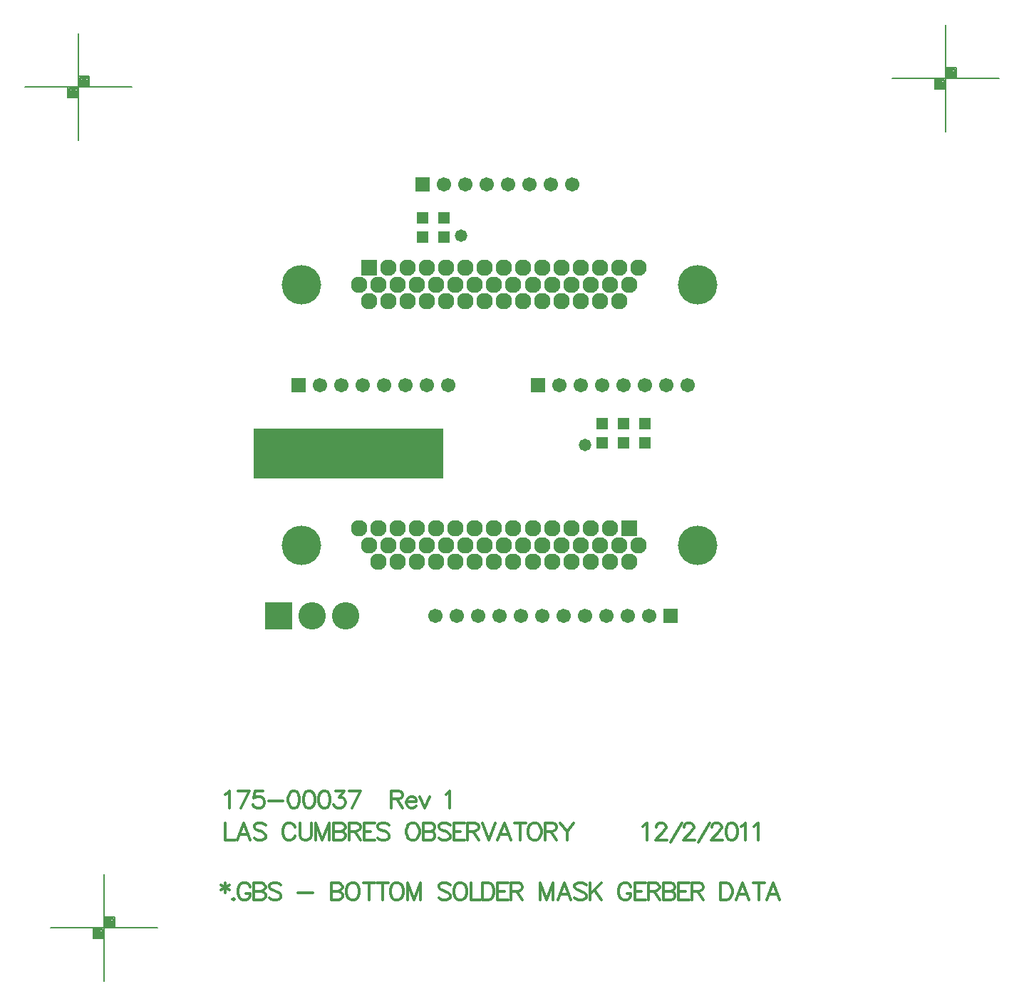
<source format=gbs>
%FSLAX23Y23*%
%MOIN*%
G70*
G01*
G75*
G04 Layer_Color=16711935*
%ADD10C,0.010*%
%ADD11C,0.012*%
%ADD12C,0.008*%
%ADD13C,0.012*%
%ADD14C,0.012*%
%ADD15C,0.069*%
%ADD16R,0.069X0.069*%
%ADD17C,0.177*%
%ADD18C,0.059*%
%ADD19R,0.059X0.059*%
%ADD20C,0.120*%
%ADD21R,0.120X0.120*%
%ADD22C,0.050*%
%ADD23C,0.040*%
%ADD24C,0.087*%
G04:AMPARAMS|DCode=25|XSize=87.244mil|YSize=87.244mil|CornerRadius=0mil|HoleSize=0mil|Usage=FLASHONLY|Rotation=0.000|XOffset=0mil|YOffset=0mil|HoleType=Round|Shape=Relief|Width=10mil|Gap=10mil|Entries=4|*
%AMTHD25*
7,0,0,0.087,0.067,0.010,45*
%
%ADD25THD25*%
%ADD26C,0.162*%
%ADD27C,0.075*%
G04:AMPARAMS|DCode=28|XSize=110mil|YSize=110mil|CornerRadius=0mil|HoleSize=0mil|Usage=FLASHONLY|Rotation=0.000|XOffset=0mil|YOffset=0mil|HoleType=Round|Shape=Relief|Width=10mil|Gap=10mil|Entries=4|*
%AMTHD28*
7,0,0,0.110,0.090,0.010,45*
%
%ADD28THD28*%
%ADD29C,0.110*%
%ADD30C,0.068*%
G04:AMPARAMS|DCode=31|XSize=68mil|YSize=68mil|CornerRadius=0mil|HoleSize=0mil|Usage=FLASHONLY|Rotation=0.000|XOffset=0mil|YOffset=0mil|HoleType=Round|Shape=Relief|Width=10mil|Gap=10mil|Entries=4|*
%AMTHD31*
7,0,0,0.068,0.048,0.010,45*
%
%ADD31THD31*%
%ADD32R,0.050X0.050*%
%ADD33C,0.005*%
%ADD34C,0.020*%
%ADD35R,0.315X0.135*%
%ADD36C,0.077*%
%ADD37R,0.077X0.077*%
%ADD38C,0.185*%
%ADD39C,0.067*%
%ADD40R,0.067X0.067*%
%ADD41C,0.128*%
%ADD42R,0.128X0.128*%
%ADD43C,0.058*%
%ADD44R,0.888X0.233*%
%ADD45R,0.058X0.058*%
D11*
X44398Y33331D02*
Y33285D01*
X44378Y33320D02*
X44417Y33297D01*
Y33320D02*
X44378Y33297D01*
X44437Y33259D02*
X44433Y33255D01*
X44437Y33251D01*
X44441Y33255D01*
X44437Y33259D01*
X44515Y33312D02*
X44511Y33320D01*
X44504Y33327D01*
X44496Y33331D01*
X44481D01*
X44473Y33327D01*
X44466Y33320D01*
X44462Y33312D01*
X44458Y33301D01*
Y33281D01*
X44462Y33270D01*
X44466Y33262D01*
X44473Y33255D01*
X44481Y33251D01*
X44496D01*
X44504Y33255D01*
X44511Y33262D01*
X44515Y33270D01*
Y33281D01*
X44496D02*
X44515D01*
X44533Y33331D02*
Y33251D01*
Y33331D02*
X44568D01*
X44579Y33327D01*
X44583Y33323D01*
X44587Y33316D01*
Y33308D01*
X44583Y33301D01*
X44579Y33297D01*
X44568Y33293D01*
X44533D02*
X44568D01*
X44579Y33289D01*
X44583Y33285D01*
X44587Y33278D01*
Y33266D01*
X44583Y33259D01*
X44579Y33255D01*
X44568Y33251D01*
X44533D01*
X44658Y33320D02*
X44650Y33327D01*
X44639Y33331D01*
X44624D01*
X44612Y33327D01*
X44605Y33320D01*
Y33312D01*
X44609Y33304D01*
X44612Y33301D01*
X44620Y33297D01*
X44643Y33289D01*
X44650Y33285D01*
X44654Y33281D01*
X44658Y33274D01*
Y33262D01*
X44650Y33255D01*
X44639Y33251D01*
X44624D01*
X44612Y33255D01*
X44605Y33262D01*
X44739Y33285D02*
X44807D01*
X44894Y33331D02*
Y33251D01*
Y33331D02*
X44928D01*
X44939Y33327D01*
X44943Y33323D01*
X44947Y33316D01*
Y33308D01*
X44943Y33301D01*
X44939Y33297D01*
X44928Y33293D01*
X44894D02*
X44928D01*
X44939Y33289D01*
X44943Y33285D01*
X44947Y33278D01*
Y33266D01*
X44943Y33259D01*
X44939Y33255D01*
X44928Y33251D01*
X44894D01*
X44988Y33331D02*
X44980Y33327D01*
X44973Y33320D01*
X44969Y33312D01*
X44965Y33301D01*
Y33281D01*
X44969Y33270D01*
X44973Y33262D01*
X44980Y33255D01*
X44988Y33251D01*
X45003D01*
X45011Y33255D01*
X45018Y33262D01*
X45022Y33270D01*
X45026Y33281D01*
Y33301D01*
X45022Y33312D01*
X45018Y33320D01*
X45011Y33327D01*
X45003Y33331D01*
X44988D01*
X45071D02*
Y33251D01*
X45045Y33331D02*
X45098D01*
X45134D02*
Y33251D01*
X45107Y33331D02*
X45161D01*
X45193D02*
X45186Y33327D01*
X45178Y33320D01*
X45174Y33312D01*
X45170Y33301D01*
Y33281D01*
X45174Y33270D01*
X45178Y33262D01*
X45186Y33255D01*
X45193Y33251D01*
X45208D01*
X45216Y33255D01*
X45224Y33262D01*
X45227Y33270D01*
X45231Y33281D01*
Y33301D01*
X45227Y33312D01*
X45224Y33320D01*
X45216Y33327D01*
X45208Y33331D01*
X45193D01*
X45250D02*
Y33251D01*
Y33331D02*
X45280Y33251D01*
X45311Y33331D02*
X45280Y33251D01*
X45311Y33331D02*
Y33251D01*
X45450Y33320D02*
X45442Y33327D01*
X45431Y33331D01*
X45416D01*
X45404Y33327D01*
X45397Y33320D01*
Y33312D01*
X45400Y33304D01*
X45404Y33301D01*
X45412Y33297D01*
X45435Y33289D01*
X45442Y33285D01*
X45446Y33281D01*
X45450Y33274D01*
Y33262D01*
X45442Y33255D01*
X45431Y33251D01*
X45416D01*
X45404Y33255D01*
X45397Y33262D01*
X45491Y33331D02*
X45483Y33327D01*
X45475Y33320D01*
X45472Y33312D01*
X45468Y33301D01*
Y33281D01*
X45472Y33270D01*
X45475Y33262D01*
X45483Y33255D01*
X45491Y33251D01*
X45506D01*
X45513Y33255D01*
X45521Y33262D01*
X45525Y33270D01*
X45529Y33281D01*
Y33301D01*
X45525Y33312D01*
X45521Y33320D01*
X45513Y33327D01*
X45506Y33331D01*
X45491D01*
X45547D02*
Y33251D01*
X45593D01*
X45602Y33331D02*
Y33251D01*
Y33331D02*
X45628D01*
X45640Y33327D01*
X45648Y33320D01*
X45651Y33312D01*
X45655Y33301D01*
Y33281D01*
X45651Y33270D01*
X45648Y33262D01*
X45640Y33255D01*
X45628Y33251D01*
X45602D01*
X45723Y33331D02*
X45673D01*
Y33251D01*
X45723D01*
X45673Y33293D02*
X45704D01*
X45736Y33331D02*
Y33251D01*
Y33331D02*
X45770D01*
X45782Y33327D01*
X45785Y33323D01*
X45789Y33316D01*
Y33308D01*
X45785Y33301D01*
X45782Y33297D01*
X45770Y33293D01*
X45736D01*
X45763D02*
X45789Y33251D01*
X45870Y33331D02*
Y33251D01*
Y33331D02*
X45900Y33251D01*
X45931Y33331D02*
X45900Y33251D01*
X45931Y33331D02*
Y33251D01*
X46015D02*
X45984Y33331D01*
X45954Y33251D01*
X45965Y33278D02*
X46003D01*
X46087Y33320D02*
X46079Y33327D01*
X46068Y33331D01*
X46052D01*
X46041Y33327D01*
X46033Y33320D01*
Y33312D01*
X46037Y33304D01*
X46041Y33301D01*
X46049Y33297D01*
X46071Y33289D01*
X46079Y33285D01*
X46083Y33281D01*
X46087Y33274D01*
Y33262D01*
X46079Y33255D01*
X46068Y33251D01*
X46052D01*
X46041Y33255D01*
X46033Y33262D01*
X46105Y33331D02*
Y33251D01*
X46158Y33331D02*
X46105Y33278D01*
X46124Y33297D02*
X46158Y33251D01*
X46296Y33312D02*
X46292Y33320D01*
X46284Y33327D01*
X46277Y33331D01*
X46261D01*
X46254Y33327D01*
X46246Y33320D01*
X46242Y33312D01*
X46239Y33301D01*
Y33281D01*
X46242Y33270D01*
X46246Y33262D01*
X46254Y33255D01*
X46261Y33251D01*
X46277D01*
X46284Y33255D01*
X46292Y33262D01*
X46296Y33270D01*
Y33281D01*
X46277D02*
X46296D01*
X46364Y33331D02*
X46314D01*
Y33251D01*
X46364D01*
X46314Y33293D02*
X46345D01*
X46377Y33331D02*
Y33251D01*
Y33331D02*
X46411D01*
X46423Y33327D01*
X46426Y33323D01*
X46430Y33316D01*
Y33308D01*
X46426Y33301D01*
X46423Y33297D01*
X46411Y33293D01*
X46377D01*
X46404D02*
X46430Y33251D01*
X46448Y33331D02*
Y33251D01*
Y33331D02*
X46482D01*
X46494Y33327D01*
X46498Y33323D01*
X46501Y33316D01*
Y33308D01*
X46498Y33301D01*
X46494Y33297D01*
X46482Y33293D01*
X46448D02*
X46482D01*
X46494Y33289D01*
X46498Y33285D01*
X46501Y33278D01*
Y33266D01*
X46498Y33259D01*
X46494Y33255D01*
X46482Y33251D01*
X46448D01*
X46569Y33331D02*
X46519D01*
Y33251D01*
X46569D01*
X46519Y33293D02*
X46550D01*
X46582Y33331D02*
Y33251D01*
Y33331D02*
X46616D01*
X46628Y33327D01*
X46632Y33323D01*
X46636Y33316D01*
Y33308D01*
X46632Y33301D01*
X46628Y33297D01*
X46616Y33293D01*
X46582D01*
X46609D02*
X46636Y33251D01*
X46716Y33331D02*
Y33251D01*
Y33331D02*
X46743D01*
X46754Y33327D01*
X46762Y33320D01*
X46766Y33312D01*
X46770Y33301D01*
Y33281D01*
X46766Y33270D01*
X46762Y33262D01*
X46754Y33255D01*
X46743Y33251D01*
X46716D01*
X46848D02*
X46818Y33331D01*
X46787Y33251D01*
X46799Y33278D02*
X46837D01*
X46894Y33331D02*
Y33251D01*
X46867Y33331D02*
X46920D01*
X46991Y33251D02*
X46960Y33331D01*
X46930Y33251D01*
X46941Y33278D02*
X46979D01*
D12*
X47518Y37098D02*
X48018D01*
X47768Y36848D02*
Y37348D01*
X47818Y37098D02*
Y37148D01*
X47768D02*
X47818D01*
X47718Y37048D02*
Y37098D01*
Y37048D02*
X47768D01*
X47723Y37093D02*
X47763D01*
X47723Y37053D02*
Y37093D01*
Y37053D02*
X47763D01*
Y37093D01*
X47728Y37088D02*
X47758D01*
X47728Y37058D02*
Y37088D01*
Y37058D02*
X47758D01*
Y37083D01*
X47733D02*
X47753D01*
X47733Y37063D02*
Y37083D01*
Y37063D02*
X47753D01*
Y37078D01*
X47738D02*
X47748D01*
X47738Y37068D02*
Y37078D01*
Y37068D02*
X47748D01*
Y37078D01*
X47738Y37073D02*
X47748D01*
X47773Y37143D02*
X47813D01*
X47773Y37103D02*
Y37143D01*
Y37103D02*
X47813D01*
Y37143D01*
X47778Y37138D02*
X47808D01*
X47778Y37108D02*
Y37138D01*
Y37108D02*
X47808D01*
Y37133D01*
X47783D02*
X47803D01*
X47783Y37113D02*
Y37133D01*
Y37113D02*
X47803D01*
Y37128D01*
X47788D02*
X47798D01*
X47788Y37118D02*
Y37128D01*
Y37118D02*
X47798D01*
Y37128D01*
X47788Y37123D02*
X47798D01*
X43463Y37058D02*
X43963D01*
X43713Y36808D02*
Y37308D01*
X43763Y37058D02*
Y37108D01*
X43713D02*
X43763D01*
X43663Y37008D02*
Y37058D01*
Y37008D02*
X43713D01*
X43668Y37053D02*
X43708D01*
X43668Y37013D02*
Y37053D01*
Y37013D02*
X43708D01*
Y37053D01*
X43673Y37048D02*
X43703D01*
X43673Y37018D02*
Y37048D01*
Y37018D02*
X43703D01*
Y37043D01*
X43678D02*
X43698D01*
X43678Y37023D02*
Y37043D01*
Y37023D02*
X43698D01*
Y37038D01*
X43683D02*
X43693D01*
X43683Y37028D02*
Y37038D01*
Y37028D02*
X43693D01*
Y37038D01*
X43683Y37033D02*
X43693D01*
X43718Y37103D02*
X43758D01*
X43718Y37063D02*
Y37103D01*
Y37063D02*
X43758D01*
Y37103D01*
X43723Y37098D02*
X43753D01*
X43723Y37068D02*
Y37098D01*
Y37068D02*
X43753D01*
Y37093D01*
X43728D02*
X43748D01*
X43728Y37073D02*
Y37093D01*
Y37073D02*
X43748D01*
Y37088D01*
X43733D02*
X43743D01*
X43733Y37078D02*
Y37088D01*
Y37078D02*
X43743D01*
Y37088D01*
X43733Y37083D02*
X43743D01*
X43581Y33121D02*
X44081D01*
X43831Y32871D02*
Y33371D01*
X43881Y33121D02*
Y33171D01*
X43831D02*
X43881D01*
X43781Y33071D02*
Y33121D01*
Y33071D02*
X43831D01*
X43786Y33116D02*
X43826D01*
X43786Y33076D02*
Y33116D01*
Y33076D02*
X43826D01*
Y33116D01*
X43791Y33111D02*
X43821D01*
X43791Y33081D02*
Y33111D01*
Y33081D02*
X43821D01*
Y33106D01*
X43796D02*
X43816D01*
X43796Y33086D02*
Y33106D01*
Y33086D02*
X43816D01*
Y33101D01*
X43801D02*
X43811D01*
X43801Y33091D02*
Y33101D01*
Y33091D02*
X43811D01*
Y33101D01*
X43801Y33096D02*
X43811D01*
X43836Y33166D02*
X43876D01*
X43836Y33126D02*
Y33166D01*
Y33126D02*
X43876D01*
Y33166D01*
X43841Y33161D02*
X43871D01*
X43841Y33131D02*
Y33161D01*
Y33131D02*
X43871D01*
Y33156D01*
X43846D02*
X43866D01*
X43846Y33136D02*
Y33156D01*
Y33136D02*
X43866D01*
Y33151D01*
X43851D02*
X43861D01*
X43851Y33141D02*
Y33151D01*
Y33141D02*
X43861D01*
Y33151D01*
X43851Y33146D02*
X43861D01*
D13*
X44399Y33746D02*
X44407Y33750D01*
X44419Y33762D01*
Y33682D01*
X44511Y33762D02*
X44473Y33682D01*
X44458Y33762D02*
X44511D01*
X44575D02*
X44537D01*
X44533Y33727D01*
X44537Y33731D01*
X44548Y33735D01*
X44560D01*
X44571Y33731D01*
X44579Y33724D01*
X44583Y33712D01*
Y33704D01*
X44579Y33693D01*
X44571Y33685D01*
X44560Y33682D01*
X44548D01*
X44537Y33685D01*
X44533Y33689D01*
X44529Y33697D01*
X44601Y33716D02*
X44669D01*
X44716Y33762D02*
X44704Y33758D01*
X44697Y33746D01*
X44693Y33727D01*
Y33716D01*
X44697Y33697D01*
X44704Y33685D01*
X44716Y33682D01*
X44723D01*
X44735Y33685D01*
X44742Y33697D01*
X44746Y33716D01*
Y33727D01*
X44742Y33746D01*
X44735Y33758D01*
X44723Y33762D01*
X44716D01*
X44787D02*
X44775Y33758D01*
X44768Y33746D01*
X44764Y33727D01*
Y33716D01*
X44768Y33697D01*
X44775Y33685D01*
X44787Y33682D01*
X44794D01*
X44806Y33685D01*
X44814Y33697D01*
X44817Y33716D01*
Y33727D01*
X44814Y33746D01*
X44806Y33758D01*
X44794Y33762D01*
X44787D01*
X44858D02*
X44847Y33758D01*
X44839Y33746D01*
X44835Y33727D01*
Y33716D01*
X44839Y33697D01*
X44847Y33685D01*
X44858Y33682D01*
X44866D01*
X44877Y33685D01*
X44885Y33697D01*
X44889Y33716D01*
Y33727D01*
X44885Y33746D01*
X44877Y33758D01*
X44866Y33762D01*
X44858D01*
X44914D02*
X44956D01*
X44933Y33731D01*
X44945D01*
X44952Y33727D01*
X44956Y33724D01*
X44960Y33712D01*
Y33704D01*
X44956Y33693D01*
X44948Y33685D01*
X44937Y33682D01*
X44925D01*
X44914Y33685D01*
X44910Y33689D01*
X44906Y33697D01*
X45031Y33762D02*
X44993Y33682D01*
X44978Y33762D02*
X45031D01*
X45175D02*
Y33682D01*
Y33762D02*
X45209D01*
X45220Y33758D01*
X45224Y33754D01*
X45228Y33746D01*
Y33739D01*
X45224Y33731D01*
X45220Y33727D01*
X45209Y33724D01*
X45175D01*
X45201D02*
X45228Y33682D01*
X45246Y33712D02*
X45291D01*
Y33720D01*
X45288Y33727D01*
X45284Y33731D01*
X45276Y33735D01*
X45265D01*
X45257Y33731D01*
X45250Y33724D01*
X45246Y33712D01*
Y33704D01*
X45250Y33693D01*
X45257Y33685D01*
X45265Y33682D01*
X45276D01*
X45284Y33685D01*
X45291Y33693D01*
X45309Y33735D02*
X45331Y33682D01*
X45354Y33735D02*
X45331Y33682D01*
X45430Y33746D02*
X45438Y33750D01*
X45449Y33762D01*
Y33682D01*
D14*
X44399Y33612D02*
Y33532D01*
X44445D01*
X44515D02*
X44484Y33612D01*
X44454Y33532D01*
X44465Y33558D02*
X44503D01*
X44587Y33600D02*
X44579Y33608D01*
X44568Y33612D01*
X44553D01*
X44541Y33608D01*
X44534Y33600D01*
Y33593D01*
X44537Y33585D01*
X44541Y33581D01*
X44549Y33577D01*
X44572Y33570D01*
X44579Y33566D01*
X44583Y33562D01*
X44587Y33554D01*
Y33543D01*
X44579Y33535D01*
X44568Y33532D01*
X44553D01*
X44541Y33535D01*
X44534Y33543D01*
X44725Y33593D02*
X44721Y33600D01*
X44713Y33608D01*
X44706Y33612D01*
X44690D01*
X44683Y33608D01*
X44675Y33600D01*
X44671Y33593D01*
X44668Y33581D01*
Y33562D01*
X44671Y33551D01*
X44675Y33543D01*
X44683Y33535D01*
X44690Y33532D01*
X44706D01*
X44713Y33535D01*
X44721Y33543D01*
X44725Y33551D01*
X44747Y33612D02*
Y33554D01*
X44751Y33543D01*
X44759Y33535D01*
X44770Y33532D01*
X44778D01*
X44789Y33535D01*
X44797Y33543D01*
X44801Y33554D01*
Y33612D01*
X44823D02*
Y33532D01*
Y33612D02*
X44853Y33532D01*
X44884Y33612D02*
X44853Y33532D01*
X44884Y33612D02*
Y33532D01*
X44906Y33612D02*
Y33532D01*
Y33612D02*
X44941D01*
X44952Y33608D01*
X44956Y33604D01*
X44960Y33596D01*
Y33589D01*
X44956Y33581D01*
X44952Y33577D01*
X44941Y33573D01*
X44906D02*
X44941D01*
X44952Y33570D01*
X44956Y33566D01*
X44960Y33558D01*
Y33547D01*
X44956Y33539D01*
X44952Y33535D01*
X44941Y33532D01*
X44906D01*
X44978Y33612D02*
Y33532D01*
Y33612D02*
X45012D01*
X45023Y33608D01*
X45027Y33604D01*
X45031Y33596D01*
Y33589D01*
X45027Y33581D01*
X45023Y33577D01*
X45012Y33573D01*
X44978D01*
X45004D02*
X45031Y33532D01*
X45098Y33612D02*
X45049D01*
Y33532D01*
X45098D01*
X45049Y33573D02*
X45079D01*
X45165Y33600D02*
X45157Y33608D01*
X45146Y33612D01*
X45131D01*
X45119Y33608D01*
X45112Y33600D01*
Y33593D01*
X45116Y33585D01*
X45119Y33581D01*
X45127Y33577D01*
X45150Y33570D01*
X45157Y33566D01*
X45161Y33562D01*
X45165Y33554D01*
Y33543D01*
X45157Y33535D01*
X45146Y33532D01*
X45131D01*
X45119Y33535D01*
X45112Y33543D01*
X45269Y33612D02*
X45261Y33608D01*
X45253Y33600D01*
X45250Y33593D01*
X45246Y33581D01*
Y33562D01*
X45250Y33551D01*
X45253Y33543D01*
X45261Y33535D01*
X45269Y33532D01*
X45284D01*
X45291Y33535D01*
X45299Y33543D01*
X45303Y33551D01*
X45307Y33562D01*
Y33581D01*
X45303Y33593D01*
X45299Y33600D01*
X45291Y33608D01*
X45284Y33612D01*
X45269D01*
X45325D02*
Y33532D01*
Y33612D02*
X45360D01*
X45371Y33608D01*
X45375Y33604D01*
X45379Y33596D01*
Y33589D01*
X45375Y33581D01*
X45371Y33577D01*
X45360Y33573D01*
X45325D02*
X45360D01*
X45371Y33570D01*
X45375Y33566D01*
X45379Y33558D01*
Y33547D01*
X45375Y33539D01*
X45371Y33535D01*
X45360Y33532D01*
X45325D01*
X45450Y33600D02*
X45442Y33608D01*
X45431Y33612D01*
X45416D01*
X45404Y33608D01*
X45397Y33600D01*
Y33593D01*
X45400Y33585D01*
X45404Y33581D01*
X45412Y33577D01*
X45435Y33570D01*
X45442Y33566D01*
X45446Y33562D01*
X45450Y33554D01*
Y33543D01*
X45442Y33535D01*
X45431Y33532D01*
X45416D01*
X45404Y33535D01*
X45397Y33543D01*
X45517Y33612D02*
X45468D01*
Y33532D01*
X45517D01*
X45468Y33573D02*
X45498D01*
X45531Y33612D02*
Y33532D01*
Y33612D02*
X45565D01*
X45576Y33608D01*
X45580Y33604D01*
X45584Y33596D01*
Y33589D01*
X45580Y33581D01*
X45576Y33577D01*
X45565Y33573D01*
X45531D01*
X45557D02*
X45584Y33532D01*
X45602Y33612D02*
X45632Y33532D01*
X45663Y33612D02*
X45632Y33532D01*
X45734D02*
X45704Y33612D01*
X45673Y33532D01*
X45685Y33558D02*
X45723D01*
X45779Y33612D02*
Y33532D01*
X45753Y33612D02*
X45806D01*
X45838D02*
X45831Y33608D01*
X45823Y33600D01*
X45819Y33593D01*
X45816Y33581D01*
Y33562D01*
X45819Y33551D01*
X45823Y33543D01*
X45831Y33535D01*
X45838Y33532D01*
X45854D01*
X45861Y33535D01*
X45869Y33543D01*
X45873Y33551D01*
X45877Y33562D01*
Y33581D01*
X45873Y33593D01*
X45869Y33600D01*
X45861Y33608D01*
X45854Y33612D01*
X45838D01*
X45895D02*
Y33532D01*
Y33612D02*
X45929D01*
X45941Y33608D01*
X45945Y33604D01*
X45948Y33596D01*
Y33589D01*
X45945Y33581D01*
X45941Y33577D01*
X45929Y33573D01*
X45895D01*
X45922D02*
X45948Y33532D01*
X45966Y33612D02*
X45997Y33573D01*
Y33532D01*
X46027Y33612D02*
X45997Y33573D01*
X46352Y33596D02*
X46359Y33600D01*
X46371Y33612D01*
Y33532D01*
X46414Y33593D02*
Y33596D01*
X46418Y33604D01*
X46422Y33608D01*
X46430Y33612D01*
X46445D01*
X46452Y33608D01*
X46456Y33604D01*
X46460Y33596D01*
Y33589D01*
X46456Y33581D01*
X46449Y33570D01*
X46410Y33532D01*
X46464D01*
X46482Y33520D02*
X46535Y33612D01*
X46544Y33593D02*
Y33596D01*
X46548Y33604D01*
X46552Y33608D01*
X46559Y33612D01*
X46575D01*
X46582Y33608D01*
X46586Y33604D01*
X46590Y33596D01*
Y33589D01*
X46586Y33581D01*
X46578Y33570D01*
X46540Y33532D01*
X46594D01*
X46612Y33520D02*
X46665Y33612D01*
X46674Y33593D02*
Y33596D01*
X46678Y33604D01*
X46682Y33608D01*
X46689Y33612D01*
X46705D01*
X46712Y33608D01*
X46716Y33604D01*
X46720Y33596D01*
Y33589D01*
X46716Y33581D01*
X46708Y33570D01*
X46670Y33532D01*
X46724D01*
X46764Y33612D02*
X46753Y33608D01*
X46745Y33596D01*
X46741Y33577D01*
Y33566D01*
X46745Y33547D01*
X46753Y33535D01*
X46764Y33532D01*
X46772D01*
X46783Y33535D01*
X46791Y33547D01*
X46795Y33566D01*
Y33577D01*
X46791Y33596D01*
X46783Y33608D01*
X46772Y33612D01*
X46764D01*
X46813Y33596D02*
X46820Y33600D01*
X46832Y33612D01*
Y33532D01*
X46871Y33596D02*
X46879Y33600D01*
X46890Y33612D01*
Y33532D01*
D36*
X46242Y36055D02*
D03*
X46152D02*
D03*
X46062D02*
D03*
X45972D02*
D03*
X45882D02*
D03*
X45792D02*
D03*
X45701D02*
D03*
X45611D02*
D03*
X45521D02*
D03*
X45431D02*
D03*
X45341D02*
D03*
X45251D02*
D03*
X45160D02*
D03*
X45070D02*
D03*
X46287Y36133D02*
D03*
X46197D02*
D03*
X46107D02*
D03*
X46017D02*
D03*
X45927D02*
D03*
X45837D02*
D03*
X45746D02*
D03*
X45656D02*
D03*
X45566D02*
D03*
X45476D02*
D03*
X45386D02*
D03*
X45296D02*
D03*
X45206D02*
D03*
X45115D02*
D03*
X45025D02*
D03*
X46332Y36211D02*
D03*
X46242D02*
D03*
X46152D02*
D03*
X46062D02*
D03*
X45972D02*
D03*
X45882D02*
D03*
X45792D02*
D03*
X45701D02*
D03*
X45611D02*
D03*
X45521D02*
D03*
X45431D02*
D03*
X45341D02*
D03*
X45251D02*
D03*
X45160D02*
D03*
X46197Y34991D02*
D03*
X46107D02*
D03*
X46017D02*
D03*
X45927D02*
D03*
X45837D02*
D03*
X45746D02*
D03*
X45656D02*
D03*
X45566D02*
D03*
X45476D02*
D03*
X45386D02*
D03*
X45296D02*
D03*
X45206D02*
D03*
X45115D02*
D03*
X45025D02*
D03*
X46332Y34913D02*
D03*
X46242D02*
D03*
X46152D02*
D03*
X46062D02*
D03*
X45972D02*
D03*
X45882D02*
D03*
X45792D02*
D03*
X45701D02*
D03*
X45611D02*
D03*
X45521D02*
D03*
X45431D02*
D03*
X45341D02*
D03*
X45251D02*
D03*
X45160D02*
D03*
X45070D02*
D03*
X46287Y34835D02*
D03*
X46197D02*
D03*
X46107D02*
D03*
X46017D02*
D03*
X45927D02*
D03*
X45837D02*
D03*
X45746D02*
D03*
X45656D02*
D03*
X45566D02*
D03*
X45476D02*
D03*
X45386D02*
D03*
X45296D02*
D03*
X45206D02*
D03*
X45115D02*
D03*
D37*
X45070Y36211D02*
D03*
X46287Y34991D02*
D03*
D38*
X46607Y36133D02*
D03*
X44755D02*
D03*
Y34913D02*
D03*
X46607D02*
D03*
D39*
X45380Y34580D02*
D03*
X45480D02*
D03*
X45580D02*
D03*
X45680D02*
D03*
X45780D02*
D03*
X45880D02*
D03*
X45980D02*
D03*
X46080D02*
D03*
X46180D02*
D03*
X46280D02*
D03*
X46380D02*
D03*
X45440Y35661D02*
D03*
X45340D02*
D03*
X45240D02*
D03*
X45140D02*
D03*
X45040D02*
D03*
X44940D02*
D03*
X44840D02*
D03*
X46020Y36600D02*
D03*
X45920D02*
D03*
X45820D02*
D03*
X45720D02*
D03*
X45620D02*
D03*
X45520D02*
D03*
X45420D02*
D03*
X46560Y35661D02*
D03*
X46460D02*
D03*
X46360D02*
D03*
X46260D02*
D03*
X46160D02*
D03*
X46060D02*
D03*
X45960D02*
D03*
D40*
X46480Y34580D02*
D03*
X44740Y35661D02*
D03*
X45320Y36600D02*
D03*
X45860Y35661D02*
D03*
D41*
X44960Y34580D02*
D03*
X44804D02*
D03*
D42*
X44648D02*
D03*
D43*
X45500Y36361D02*
D03*
X46080Y35381D02*
D03*
D44*
X44974Y35342D02*
D03*
D45*
X46160Y35480D02*
D03*
Y35390D02*
D03*
X46260Y35480D02*
D03*
Y35390D02*
D03*
X46360Y35480D02*
D03*
Y35390D02*
D03*
X45420Y36445D02*
D03*
Y36355D02*
D03*
X45320Y36445D02*
D03*
Y36355D02*
D03*
M02*

</source>
